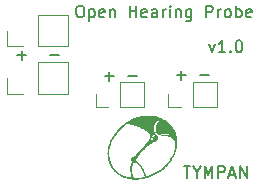
<source format=gbr>
%TF.GenerationSoftware,KiCad,Pcbnew,8.0.1*%
%TF.CreationDate,2024-04-23T13:44:49-04:00*%
%TF.ProjectId,HearingProbeBoard,48656172-696e-4675-9072-6f6265426f61,rev?*%
%TF.SameCoordinates,Original*%
%TF.FileFunction,Legend,Top*%
%TF.FilePolarity,Positive*%
%FSLAX46Y46*%
G04 Gerber Fmt 4.6, Leading zero omitted, Abs format (unit mm)*
G04 Created by KiCad (PCBNEW 8.0.1) date 2024-04-23 13:44:49*
%MOMM*%
%LPD*%
G01*
G04 APERTURE LIST*
%ADD10C,0.150000*%
%ADD11C,0.120000*%
%ADD12C,0.000000*%
G04 APERTURE END LIST*
D10*
X121136779Y-99588866D02*
X121898684Y-99588866D01*
X121517731Y-99969819D02*
X121517731Y-99207914D01*
X123898684Y-99588866D02*
X124660589Y-99588866D01*
X126377255Y-95369819D02*
X126567731Y-95369819D01*
X126567731Y-95369819D02*
X126662969Y-95417438D01*
X126662969Y-95417438D02*
X126758207Y-95512676D01*
X126758207Y-95512676D02*
X126805826Y-95703152D01*
X126805826Y-95703152D02*
X126805826Y-96036485D01*
X126805826Y-96036485D02*
X126758207Y-96226961D01*
X126758207Y-96226961D02*
X126662969Y-96322200D01*
X126662969Y-96322200D02*
X126567731Y-96369819D01*
X126567731Y-96369819D02*
X126377255Y-96369819D01*
X126377255Y-96369819D02*
X126282017Y-96322200D01*
X126282017Y-96322200D02*
X126186779Y-96226961D01*
X126186779Y-96226961D02*
X126139160Y-96036485D01*
X126139160Y-96036485D02*
X126139160Y-95703152D01*
X126139160Y-95703152D02*
X126186779Y-95512676D01*
X126186779Y-95512676D02*
X126282017Y-95417438D01*
X126282017Y-95417438D02*
X126377255Y-95369819D01*
X127234398Y-95703152D02*
X127234398Y-96703152D01*
X127234398Y-95750771D02*
X127329636Y-95703152D01*
X127329636Y-95703152D02*
X127520112Y-95703152D01*
X127520112Y-95703152D02*
X127615350Y-95750771D01*
X127615350Y-95750771D02*
X127662969Y-95798390D01*
X127662969Y-95798390D02*
X127710588Y-95893628D01*
X127710588Y-95893628D02*
X127710588Y-96179342D01*
X127710588Y-96179342D02*
X127662969Y-96274580D01*
X127662969Y-96274580D02*
X127615350Y-96322200D01*
X127615350Y-96322200D02*
X127520112Y-96369819D01*
X127520112Y-96369819D02*
X127329636Y-96369819D01*
X127329636Y-96369819D02*
X127234398Y-96322200D01*
X128520112Y-96322200D02*
X128424874Y-96369819D01*
X128424874Y-96369819D02*
X128234398Y-96369819D01*
X128234398Y-96369819D02*
X128139160Y-96322200D01*
X128139160Y-96322200D02*
X128091541Y-96226961D01*
X128091541Y-96226961D02*
X128091541Y-95846009D01*
X128091541Y-95846009D02*
X128139160Y-95750771D01*
X128139160Y-95750771D02*
X128234398Y-95703152D01*
X128234398Y-95703152D02*
X128424874Y-95703152D01*
X128424874Y-95703152D02*
X128520112Y-95750771D01*
X128520112Y-95750771D02*
X128567731Y-95846009D01*
X128567731Y-95846009D02*
X128567731Y-95941247D01*
X128567731Y-95941247D02*
X128091541Y-96036485D01*
X128996303Y-95703152D02*
X128996303Y-96369819D01*
X128996303Y-95798390D02*
X129043922Y-95750771D01*
X129043922Y-95750771D02*
X129139160Y-95703152D01*
X129139160Y-95703152D02*
X129282017Y-95703152D01*
X129282017Y-95703152D02*
X129377255Y-95750771D01*
X129377255Y-95750771D02*
X129424874Y-95846009D01*
X129424874Y-95846009D02*
X129424874Y-96369819D01*
X130662970Y-96369819D02*
X130662970Y-95369819D01*
X130662970Y-95846009D02*
X131234398Y-95846009D01*
X131234398Y-96369819D02*
X131234398Y-95369819D01*
X132091541Y-96322200D02*
X131996303Y-96369819D01*
X131996303Y-96369819D02*
X131805827Y-96369819D01*
X131805827Y-96369819D02*
X131710589Y-96322200D01*
X131710589Y-96322200D02*
X131662970Y-96226961D01*
X131662970Y-96226961D02*
X131662970Y-95846009D01*
X131662970Y-95846009D02*
X131710589Y-95750771D01*
X131710589Y-95750771D02*
X131805827Y-95703152D01*
X131805827Y-95703152D02*
X131996303Y-95703152D01*
X131996303Y-95703152D02*
X132091541Y-95750771D01*
X132091541Y-95750771D02*
X132139160Y-95846009D01*
X132139160Y-95846009D02*
X132139160Y-95941247D01*
X132139160Y-95941247D02*
X131662970Y-96036485D01*
X132996303Y-96369819D02*
X132996303Y-95846009D01*
X132996303Y-95846009D02*
X132948684Y-95750771D01*
X132948684Y-95750771D02*
X132853446Y-95703152D01*
X132853446Y-95703152D02*
X132662970Y-95703152D01*
X132662970Y-95703152D02*
X132567732Y-95750771D01*
X132996303Y-96322200D02*
X132901065Y-96369819D01*
X132901065Y-96369819D02*
X132662970Y-96369819D01*
X132662970Y-96369819D02*
X132567732Y-96322200D01*
X132567732Y-96322200D02*
X132520113Y-96226961D01*
X132520113Y-96226961D02*
X132520113Y-96131723D01*
X132520113Y-96131723D02*
X132567732Y-96036485D01*
X132567732Y-96036485D02*
X132662970Y-95988866D01*
X132662970Y-95988866D02*
X132901065Y-95988866D01*
X132901065Y-95988866D02*
X132996303Y-95941247D01*
X133472494Y-96369819D02*
X133472494Y-95703152D01*
X133472494Y-95893628D02*
X133520113Y-95798390D01*
X133520113Y-95798390D02*
X133567732Y-95750771D01*
X133567732Y-95750771D02*
X133662970Y-95703152D01*
X133662970Y-95703152D02*
X133758208Y-95703152D01*
X134091542Y-96369819D02*
X134091542Y-95703152D01*
X134091542Y-95369819D02*
X134043923Y-95417438D01*
X134043923Y-95417438D02*
X134091542Y-95465057D01*
X134091542Y-95465057D02*
X134139161Y-95417438D01*
X134139161Y-95417438D02*
X134091542Y-95369819D01*
X134091542Y-95369819D02*
X134091542Y-95465057D01*
X134567732Y-95703152D02*
X134567732Y-96369819D01*
X134567732Y-95798390D02*
X134615351Y-95750771D01*
X134615351Y-95750771D02*
X134710589Y-95703152D01*
X134710589Y-95703152D02*
X134853446Y-95703152D01*
X134853446Y-95703152D02*
X134948684Y-95750771D01*
X134948684Y-95750771D02*
X134996303Y-95846009D01*
X134996303Y-95846009D02*
X134996303Y-96369819D01*
X135901065Y-95703152D02*
X135901065Y-96512676D01*
X135901065Y-96512676D02*
X135853446Y-96607914D01*
X135853446Y-96607914D02*
X135805827Y-96655533D01*
X135805827Y-96655533D02*
X135710589Y-96703152D01*
X135710589Y-96703152D02*
X135567732Y-96703152D01*
X135567732Y-96703152D02*
X135472494Y-96655533D01*
X135901065Y-96322200D02*
X135805827Y-96369819D01*
X135805827Y-96369819D02*
X135615351Y-96369819D01*
X135615351Y-96369819D02*
X135520113Y-96322200D01*
X135520113Y-96322200D02*
X135472494Y-96274580D01*
X135472494Y-96274580D02*
X135424875Y-96179342D01*
X135424875Y-96179342D02*
X135424875Y-95893628D01*
X135424875Y-95893628D02*
X135472494Y-95798390D01*
X135472494Y-95798390D02*
X135520113Y-95750771D01*
X135520113Y-95750771D02*
X135615351Y-95703152D01*
X135615351Y-95703152D02*
X135805827Y-95703152D01*
X135805827Y-95703152D02*
X135901065Y-95750771D01*
X137139161Y-96369819D02*
X137139161Y-95369819D01*
X137139161Y-95369819D02*
X137520113Y-95369819D01*
X137520113Y-95369819D02*
X137615351Y-95417438D01*
X137615351Y-95417438D02*
X137662970Y-95465057D01*
X137662970Y-95465057D02*
X137710589Y-95560295D01*
X137710589Y-95560295D02*
X137710589Y-95703152D01*
X137710589Y-95703152D02*
X137662970Y-95798390D01*
X137662970Y-95798390D02*
X137615351Y-95846009D01*
X137615351Y-95846009D02*
X137520113Y-95893628D01*
X137520113Y-95893628D02*
X137139161Y-95893628D01*
X138139161Y-96369819D02*
X138139161Y-95703152D01*
X138139161Y-95893628D02*
X138186780Y-95798390D01*
X138186780Y-95798390D02*
X138234399Y-95750771D01*
X138234399Y-95750771D02*
X138329637Y-95703152D01*
X138329637Y-95703152D02*
X138424875Y-95703152D01*
X138901066Y-96369819D02*
X138805828Y-96322200D01*
X138805828Y-96322200D02*
X138758209Y-96274580D01*
X138758209Y-96274580D02*
X138710590Y-96179342D01*
X138710590Y-96179342D02*
X138710590Y-95893628D01*
X138710590Y-95893628D02*
X138758209Y-95798390D01*
X138758209Y-95798390D02*
X138805828Y-95750771D01*
X138805828Y-95750771D02*
X138901066Y-95703152D01*
X138901066Y-95703152D02*
X139043923Y-95703152D01*
X139043923Y-95703152D02*
X139139161Y-95750771D01*
X139139161Y-95750771D02*
X139186780Y-95798390D01*
X139186780Y-95798390D02*
X139234399Y-95893628D01*
X139234399Y-95893628D02*
X139234399Y-96179342D01*
X139234399Y-96179342D02*
X139186780Y-96274580D01*
X139186780Y-96274580D02*
X139139161Y-96322200D01*
X139139161Y-96322200D02*
X139043923Y-96369819D01*
X139043923Y-96369819D02*
X138901066Y-96369819D01*
X139662971Y-96369819D02*
X139662971Y-95369819D01*
X139662971Y-95750771D02*
X139758209Y-95703152D01*
X139758209Y-95703152D02*
X139948685Y-95703152D01*
X139948685Y-95703152D02*
X140043923Y-95750771D01*
X140043923Y-95750771D02*
X140091542Y-95798390D01*
X140091542Y-95798390D02*
X140139161Y-95893628D01*
X140139161Y-95893628D02*
X140139161Y-96179342D01*
X140139161Y-96179342D02*
X140091542Y-96274580D01*
X140091542Y-96274580D02*
X140043923Y-96322200D01*
X140043923Y-96322200D02*
X139948685Y-96369819D01*
X139948685Y-96369819D02*
X139758209Y-96369819D01*
X139758209Y-96369819D02*
X139662971Y-96322200D01*
X140948685Y-96322200D02*
X140853447Y-96369819D01*
X140853447Y-96369819D02*
X140662971Y-96369819D01*
X140662971Y-96369819D02*
X140567733Y-96322200D01*
X140567733Y-96322200D02*
X140520114Y-96226961D01*
X140520114Y-96226961D02*
X140520114Y-95846009D01*
X140520114Y-95846009D02*
X140567733Y-95750771D01*
X140567733Y-95750771D02*
X140662971Y-95703152D01*
X140662971Y-95703152D02*
X140853447Y-95703152D01*
X140853447Y-95703152D02*
X140948685Y-95750771D01*
X140948685Y-95750771D02*
X140996304Y-95846009D01*
X140996304Y-95846009D02*
X140996304Y-95941247D01*
X140996304Y-95941247D02*
X140520114Y-96036485D01*
X135243922Y-108969819D02*
X135815350Y-108969819D01*
X135529636Y-109969819D02*
X135529636Y-108969819D01*
X136339160Y-109493628D02*
X136339160Y-109969819D01*
X136005827Y-108969819D02*
X136339160Y-109493628D01*
X136339160Y-109493628D02*
X136672493Y-108969819D01*
X137005827Y-109969819D02*
X137005827Y-108969819D01*
X137005827Y-108969819D02*
X137339160Y-109684104D01*
X137339160Y-109684104D02*
X137672493Y-108969819D01*
X137672493Y-108969819D02*
X137672493Y-109969819D01*
X138148684Y-109969819D02*
X138148684Y-108969819D01*
X138148684Y-108969819D02*
X138529636Y-108969819D01*
X138529636Y-108969819D02*
X138624874Y-109017438D01*
X138624874Y-109017438D02*
X138672493Y-109065057D01*
X138672493Y-109065057D02*
X138720112Y-109160295D01*
X138720112Y-109160295D02*
X138720112Y-109303152D01*
X138720112Y-109303152D02*
X138672493Y-109398390D01*
X138672493Y-109398390D02*
X138624874Y-109446009D01*
X138624874Y-109446009D02*
X138529636Y-109493628D01*
X138529636Y-109493628D02*
X138148684Y-109493628D01*
X139101065Y-109684104D02*
X139577255Y-109684104D01*
X139005827Y-109969819D02*
X139339160Y-108969819D01*
X139339160Y-108969819D02*
X139672493Y-109969819D01*
X140005827Y-109969819D02*
X140005827Y-108969819D01*
X140005827Y-108969819D02*
X140577255Y-109969819D01*
X140577255Y-109969819D02*
X140577255Y-108969819D01*
X128536779Y-101338866D02*
X129298684Y-101338866D01*
X128917731Y-101719819D02*
X128917731Y-100957914D01*
X130536779Y-101338866D02*
X131298684Y-101338866D01*
X134636779Y-101288866D02*
X135398684Y-101288866D01*
X135017731Y-101669819D02*
X135017731Y-100907914D01*
X136636779Y-101288866D02*
X137398684Y-101288866D01*
X137391541Y-98653152D02*
X137629636Y-99319819D01*
X137629636Y-99319819D02*
X137867731Y-98653152D01*
X138772493Y-99319819D02*
X138201065Y-99319819D01*
X138486779Y-99319819D02*
X138486779Y-98319819D01*
X138486779Y-98319819D02*
X138391541Y-98462676D01*
X138391541Y-98462676D02*
X138296303Y-98557914D01*
X138296303Y-98557914D02*
X138201065Y-98605533D01*
X139201065Y-99224580D02*
X139248684Y-99272200D01*
X139248684Y-99272200D02*
X139201065Y-99319819D01*
X139201065Y-99319819D02*
X139153446Y-99272200D01*
X139153446Y-99272200D02*
X139201065Y-99224580D01*
X139201065Y-99224580D02*
X139201065Y-99319819D01*
X139867731Y-98319819D02*
X139962969Y-98319819D01*
X139962969Y-98319819D02*
X140058207Y-98367438D01*
X140058207Y-98367438D02*
X140105826Y-98415057D01*
X140105826Y-98415057D02*
X140153445Y-98510295D01*
X140153445Y-98510295D02*
X140201064Y-98700771D01*
X140201064Y-98700771D02*
X140201064Y-98938866D01*
X140201064Y-98938866D02*
X140153445Y-99129342D01*
X140153445Y-99129342D02*
X140105826Y-99224580D01*
X140105826Y-99224580D02*
X140058207Y-99272200D01*
X140058207Y-99272200D02*
X139962969Y-99319819D01*
X139962969Y-99319819D02*
X139867731Y-99319819D01*
X139867731Y-99319819D02*
X139772493Y-99272200D01*
X139772493Y-99272200D02*
X139724874Y-99224580D01*
X139724874Y-99224580D02*
X139677255Y-99129342D01*
X139677255Y-99129342D02*
X139629636Y-98938866D01*
X139629636Y-98938866D02*
X139629636Y-98700771D01*
X139629636Y-98700771D02*
X139677255Y-98510295D01*
X139677255Y-98510295D02*
X139724874Y-98415057D01*
X139724874Y-98415057D02*
X139772493Y-98367438D01*
X139772493Y-98367438D02*
X139867731Y-98319819D01*
D11*
%TO.C,J3*%
X120270000Y-102830000D02*
X120270000Y-101500000D01*
X121600000Y-102830000D02*
X120270000Y-102830000D01*
X122870000Y-100170000D02*
X125470000Y-100170000D01*
X122870000Y-102830000D02*
X122870000Y-100170000D01*
X122870000Y-102830000D02*
X125470000Y-102830000D01*
X125470000Y-102830000D02*
X125470000Y-100170000D01*
%TO.C,J6*%
X133940000Y-103960000D02*
X133940000Y-102900000D01*
X135000000Y-103960000D02*
X133940000Y-103960000D01*
X136000000Y-101840000D02*
X138060000Y-101840000D01*
X136000000Y-103960000D02*
X136000000Y-101840000D01*
X136000000Y-103960000D02*
X138060000Y-103960000D01*
X138060000Y-103960000D02*
X138060000Y-101840000D01*
%TO.C,J5*%
X127790000Y-103960000D02*
X127790000Y-102900000D01*
X128850000Y-103960000D02*
X127790000Y-103960000D01*
X129850000Y-101840000D02*
X131910000Y-101840000D01*
X129850000Y-103960000D02*
X129850000Y-101840000D01*
X129850000Y-103960000D02*
X131910000Y-103960000D01*
X131910000Y-103960000D02*
X131910000Y-101840000D01*
D12*
%TO.C,G\u002A\u002A\u002A*%
G36*
X132375452Y-104685338D02*
G01*
X132450276Y-104687058D01*
X132517831Y-104690149D01*
X132580715Y-104694838D01*
X132641531Y-104701353D01*
X132702876Y-104709922D01*
X132767351Y-104720772D01*
X132823899Y-104731436D01*
X132941339Y-104756561D01*
X133050998Y-104784733D01*
X133156459Y-104817118D01*
X133261300Y-104854885D01*
X133369103Y-104899200D01*
X133450418Y-104935750D01*
X133527306Y-104974683D01*
X133610789Y-105023161D01*
X133700042Y-105080670D01*
X133794237Y-105146697D01*
X133819259Y-105165065D01*
X133943161Y-105263730D01*
X134059343Y-105370204D01*
X134167180Y-105483645D01*
X134266047Y-105603209D01*
X134355321Y-105728055D01*
X134434376Y-105857339D01*
X134502588Y-105990219D01*
X134559331Y-106125852D01*
X134583997Y-106196875D01*
X134607954Y-106279800D01*
X134629683Y-106372274D01*
X134648807Y-106471481D01*
X134664951Y-106574607D01*
X134677740Y-106678838D01*
X134686797Y-106781359D01*
X134691746Y-106879357D01*
X134692212Y-106970017D01*
X134691224Y-107000000D01*
X134683538Y-107117060D01*
X134671032Y-107235889D01*
X134654209Y-107352987D01*
X134633570Y-107464858D01*
X134609927Y-107566814D01*
X134571461Y-107699835D01*
X134525834Y-107831424D01*
X134474057Y-107959172D01*
X134417141Y-108080670D01*
X134356098Y-108193510D01*
X134325717Y-108243750D01*
X134308787Y-108271088D01*
X134288981Y-108303647D01*
X134269692Y-108335831D01*
X134263159Y-108346875D01*
X134218111Y-108420115D01*
X134165967Y-108499246D01*
X134108677Y-108581532D01*
X134048192Y-108664235D01*
X133986464Y-108744619D01*
X133929044Y-108815625D01*
X133879504Y-108872702D01*
X133821675Y-108935092D01*
X133757506Y-109000935D01*
X133688946Y-109068368D01*
X133617945Y-109135530D01*
X133546451Y-109200560D01*
X133476414Y-109261594D01*
X133409782Y-109316773D01*
X133378526Y-109341450D01*
X133226693Y-109452273D01*
X133065488Y-109557023D01*
X132897022Y-109654573D01*
X132723405Y-109743794D01*
X132546749Y-109823557D01*
X132369165Y-109892735D01*
X132306387Y-109914504D01*
X132271338Y-109926168D01*
X132239593Y-109936470D01*
X132209582Y-109945824D01*
X132179736Y-109954644D01*
X132148484Y-109963344D01*
X132114257Y-109972337D01*
X132075485Y-109982038D01*
X132030598Y-109992861D01*
X131978025Y-110005219D01*
X131916198Y-110019526D01*
X131853097Y-110034010D01*
X131747767Y-110056665D01*
X131648649Y-110074703D01*
X131552303Y-110088523D01*
X131455289Y-110098523D01*
X131354165Y-110105100D01*
X131245490Y-110108655D01*
X131202990Y-110109280D01*
X131154697Y-110109695D01*
X131109534Y-110109907D01*
X131069275Y-110109922D01*
X131035694Y-110109745D01*
X131010567Y-110109382D01*
X130995668Y-110108838D01*
X130993564Y-110108653D01*
X130979684Y-110107125D01*
X130956181Y-110104664D01*
X130925874Y-110101562D01*
X130891584Y-110098107D01*
X130875907Y-110096545D01*
X130706784Y-110073507D01*
X130539250Y-110038272D01*
X130373948Y-109991110D01*
X130211518Y-109932288D01*
X130052601Y-109862073D01*
X129897841Y-109780735D01*
X129747877Y-109688541D01*
X129603351Y-109585759D01*
X129546336Y-109541039D01*
X129492154Y-109495325D01*
X129434059Y-109442767D01*
X129375230Y-109386448D01*
X129318847Y-109329453D01*
X129268090Y-109274866D01*
X129246293Y-109250000D01*
X129211822Y-109206290D01*
X129174463Y-109152782D01*
X129135374Y-109091503D01*
X129095712Y-109024482D01*
X129056634Y-108953747D01*
X129019298Y-108881329D01*
X128984860Y-108809255D01*
X128954477Y-108739553D01*
X128952789Y-108735443D01*
X128902072Y-108597103D01*
X128859926Y-108451793D01*
X128826855Y-108302097D01*
X128803366Y-108150596D01*
X128789963Y-107999874D01*
X128786833Y-107887500D01*
X128787606Y-107843323D01*
X128923897Y-107843323D01*
X128926466Y-107992376D01*
X128940104Y-108142573D01*
X128964611Y-108292799D01*
X128999789Y-108441933D01*
X129045438Y-108588860D01*
X129101360Y-108732459D01*
X129167355Y-108871615D01*
X129197254Y-108927080D01*
X129233266Y-108989830D01*
X129267074Y-109044632D01*
X129300570Y-109093925D01*
X129335643Y-109140145D01*
X129374185Y-109185729D01*
X129418087Y-109233115D01*
X129469240Y-109284740D01*
X129491987Y-109306960D01*
X129615805Y-109419163D01*
X129745302Y-109520941D01*
X129881251Y-109612772D01*
X130024421Y-109695134D01*
X130175586Y-109768504D01*
X130335517Y-109833359D01*
X130352781Y-109839670D01*
X130400403Y-109855913D01*
X130451553Y-109871614D01*
X130504560Y-109886414D01*
X130557752Y-109899953D01*
X130609455Y-109911871D01*
X130657999Y-109921808D01*
X130701710Y-109929405D01*
X130738917Y-109934302D01*
X130767946Y-109936139D01*
X130787126Y-109934556D01*
X130789877Y-109933706D01*
X130796922Y-109925201D01*
X130799413Y-109906546D01*
X130797339Y-109877303D01*
X130790690Y-109837036D01*
X130786960Y-109818750D01*
X130763243Y-109688007D01*
X130745278Y-109546199D01*
X130733064Y-109393313D01*
X130730778Y-109338550D01*
X130853100Y-109338550D01*
X130854263Y-109387443D01*
X130856629Y-109430020D01*
X130860224Y-109463493D01*
X130861075Y-109468750D01*
X130866577Y-109494100D01*
X130875424Y-109527360D01*
X130887026Y-109566846D01*
X130900794Y-109610876D01*
X130916138Y-109657767D01*
X130932467Y-109705834D01*
X130949193Y-109753395D01*
X130965724Y-109798766D01*
X130981470Y-109840264D01*
X130995843Y-109876207D01*
X131008251Y-109904909D01*
X131018105Y-109924690D01*
X131023793Y-109933000D01*
X131038465Y-109942945D01*
X131056869Y-109949991D01*
X131056888Y-109949995D01*
X131071635Y-109951879D01*
X131096868Y-109953362D01*
X131130580Y-109954443D01*
X131170761Y-109955126D01*
X131215401Y-109955410D01*
X131262492Y-109955298D01*
X131310024Y-109954789D01*
X131355988Y-109953887D01*
X131398375Y-109952591D01*
X131435176Y-109950903D01*
X131453052Y-109949753D01*
X131507306Y-109945185D01*
X131563458Y-109939417D01*
X131620053Y-109932691D01*
X131675633Y-109925247D01*
X131728739Y-109917323D01*
X131777916Y-109909161D01*
X131821706Y-109900999D01*
X131858652Y-109893078D01*
X131887296Y-109885637D01*
X131906181Y-109878917D01*
X131913459Y-109873971D01*
X131921113Y-109856653D01*
X131923167Y-109834997D01*
X131919698Y-109806236D01*
X131915866Y-109788106D01*
X131896557Y-109716003D01*
X131870572Y-109636126D01*
X131838857Y-109550608D01*
X131802360Y-109461586D01*
X131762025Y-109371192D01*
X131718800Y-109281562D01*
X131673630Y-109194830D01*
X131627463Y-109113130D01*
X131588633Y-109050000D01*
X131543753Y-108983445D01*
X131498545Y-108923698D01*
X131450965Y-108868616D01*
X131398969Y-108816058D01*
X131340510Y-108763880D01*
X131273543Y-108709940D01*
X131238970Y-108683686D01*
X131118662Y-108593750D01*
X131079556Y-108593845D01*
X131057875Y-108594590D01*
X131040942Y-108596431D01*
X131033425Y-108598533D01*
X131026641Y-108606950D01*
X131016247Y-108624661D01*
X131003364Y-108649386D01*
X130989109Y-108678848D01*
X130974602Y-108710768D01*
X130960961Y-108742868D01*
X130954206Y-108759845D01*
X130916240Y-108868303D01*
X130887428Y-108974531D01*
X130866517Y-109083231D01*
X130864448Y-109096875D01*
X130859974Y-109135548D01*
X130856577Y-109181840D01*
X130854282Y-109232962D01*
X130853115Y-109286127D01*
X130853100Y-109338550D01*
X130730778Y-109338550D01*
X130727082Y-109250000D01*
X130725812Y-109166100D01*
X130726761Y-109092260D01*
X130730200Y-109026192D01*
X130736400Y-108965607D01*
X130745633Y-108908218D01*
X130758169Y-108851736D01*
X130774279Y-108793875D01*
X130785172Y-108759375D01*
X130797753Y-108725441D01*
X130814526Y-108686408D01*
X130833454Y-108646574D01*
X130852497Y-108610242D01*
X130868845Y-108582875D01*
X130882184Y-108562626D01*
X130867191Y-108556928D01*
X130841626Y-108541544D01*
X130817440Y-108517027D01*
X130796820Y-108486717D01*
X130781949Y-108453953D01*
X130781295Y-108450946D01*
X131196891Y-108450946D01*
X131200447Y-108465913D01*
X131213316Y-108483788D01*
X131222930Y-108494436D01*
X131242152Y-108513629D01*
X131266830Y-108536349D01*
X131292497Y-108558526D01*
X131299889Y-108564598D01*
X131322733Y-108583681D01*
X131351618Y-108608706D01*
X131384670Y-108637962D01*
X131420013Y-108669738D01*
X131455771Y-108702322D01*
X131490070Y-108734003D01*
X131521034Y-108763068D01*
X131546789Y-108787806D01*
X131565458Y-108806506D01*
X131568896Y-108810141D01*
X131627707Y-108878335D01*
X131683760Y-108953599D01*
X131737686Y-109036989D01*
X131790119Y-109129561D01*
X131841692Y-109232370D01*
X131893037Y-109346474D01*
X131899858Y-109362500D01*
X131914409Y-109396875D01*
X131928517Y-109430168D01*
X131940887Y-109459320D01*
X131950222Y-109481273D01*
X131952877Y-109487500D01*
X131960463Y-109505735D01*
X131971339Y-109532506D01*
X131984253Y-109564702D01*
X131997953Y-109599212D01*
X132003189Y-109612500D01*
X132020802Y-109656524D01*
X132035482Y-109690853D01*
X132048452Y-109717582D01*
X132060935Y-109738803D01*
X132074156Y-109756612D01*
X132089336Y-109773101D01*
X132106422Y-109789213D01*
X132144203Y-109823394D01*
X132217481Y-109800034D01*
X132254634Y-109787795D01*
X132297410Y-109773093D01*
X132339789Y-109758023D01*
X132367328Y-109747876D01*
X132558847Y-109669461D01*
X132744905Y-109580468D01*
X132924959Y-109481323D01*
X133098464Y-109372451D01*
X133264879Y-109254276D01*
X133423660Y-109127224D01*
X133574264Y-108991720D01*
X133716147Y-108848188D01*
X133848766Y-108697054D01*
X133971578Y-108538741D01*
X134042338Y-108437500D01*
X134118120Y-108321762D01*
X134185348Y-108213107D01*
X134244717Y-108110203D01*
X134296919Y-108011723D01*
X134342651Y-107916335D01*
X134382606Y-107822710D01*
X134417478Y-107729519D01*
X134427686Y-107699545D01*
X134460851Y-107595915D01*
X134488093Y-107501779D01*
X134509647Y-107415749D01*
X134525744Y-107336440D01*
X134536620Y-107262464D01*
X134542506Y-107192435D01*
X134543636Y-107124967D01*
X134540244Y-107058672D01*
X134538566Y-107040625D01*
X134527269Y-106966911D01*
X134508522Y-106899985D01*
X134481341Y-106837933D01*
X134444741Y-106778841D01*
X134397737Y-106720795D01*
X134347709Y-106669747D01*
X134305123Y-106632465D01*
X134259437Y-106599144D01*
X134207660Y-106567814D01*
X134146801Y-106536506D01*
X134141213Y-106533831D01*
X134069702Y-106502919D01*
X133992486Y-106475164D01*
X133912965Y-106451515D01*
X133834543Y-106432924D01*
X133760622Y-106420338D01*
X133719234Y-106416020D01*
X133692120Y-106415004D01*
X133656999Y-106415128D01*
X133618306Y-106416309D01*
X133580478Y-106418466D01*
X133578575Y-106418606D01*
X133519389Y-106422707D01*
X133463612Y-106425944D01*
X133412533Y-106428290D01*
X133367437Y-106429713D01*
X133329612Y-106430187D01*
X133300346Y-106429681D01*
X133280924Y-106428166D01*
X133272635Y-106425613D01*
X133272572Y-106425521D01*
X133272062Y-106414107D01*
X133282531Y-106401121D01*
X133302648Y-106387179D01*
X133331083Y-106372898D01*
X133366504Y-106358893D01*
X133407581Y-106345780D01*
X133452983Y-106334175D01*
X133483663Y-106327829D01*
X133505338Y-106323904D01*
X133523682Y-106321204D01*
X133541184Y-106319720D01*
X133560338Y-106319441D01*
X133583636Y-106320358D01*
X133613569Y-106322461D01*
X133652629Y-106325740D01*
X133668083Y-106327090D01*
X133714512Y-106330889D01*
X133764669Y-106334533D01*
X133814194Y-106337734D01*
X133858728Y-106340206D01*
X133884900Y-106341360D01*
X133940268Y-106342668D01*
X133983768Y-106341904D01*
X134015891Y-106338873D01*
X134037129Y-106333382D01*
X134047975Y-106325236D01*
X134048922Y-106314241D01*
X134040461Y-106300202D01*
X134026145Y-106285647D01*
X134000610Y-106265364D01*
X133972012Y-106248526D01*
X133938759Y-106234667D01*
X133899260Y-106223325D01*
X133851923Y-106214034D01*
X133795157Y-106206331D01*
X133733300Y-106200253D01*
X133632387Y-106197760D01*
X133533271Y-106207557D01*
X133436564Y-106229492D01*
X133342876Y-106263412D01*
X133252820Y-106309163D01*
X133221816Y-106328236D01*
X133188858Y-106347562D01*
X133162617Y-106358320D01*
X133141281Y-106361082D01*
X133127169Y-106358163D01*
X133116560Y-106350495D01*
X133100518Y-106334194D01*
X133080481Y-106311074D01*
X133057887Y-106282947D01*
X133034172Y-106251624D01*
X133010775Y-106218917D01*
X132989133Y-106186639D01*
X132981414Y-106174454D01*
X132954684Y-106128539D01*
X132932858Y-106083883D01*
X132915281Y-106038190D01*
X132901298Y-105989169D01*
X132890250Y-105934525D01*
X132881484Y-105871965D01*
X132874459Y-105800593D01*
X132871700Y-105765880D01*
X132870318Y-105739501D01*
X132870554Y-105717479D01*
X132872648Y-105695837D01*
X132876842Y-105670596D01*
X132883376Y-105637779D01*
X132884719Y-105631250D01*
X132899139Y-105566494D01*
X132914224Y-105511645D01*
X132931303Y-105464128D01*
X132951705Y-105421367D01*
X132976759Y-105380788D01*
X133007793Y-105339815D01*
X133046138Y-105295872D01*
X133072100Y-105268168D01*
X133107064Y-105230893D01*
X133133718Y-105200827D01*
X133152967Y-105176728D01*
X133165716Y-105157353D01*
X133172868Y-105141462D01*
X133175328Y-105127814D01*
X133175351Y-105126383D01*
X133169754Y-105111273D01*
X133153958Y-105101009D01*
X133129452Y-105096004D01*
X133097729Y-105096669D01*
X133078214Y-105099515D01*
X133055530Y-105105085D01*
X133034507Y-105113793D01*
X133013018Y-105127066D01*
X132988936Y-105146332D01*
X132960134Y-105173016D01*
X132941936Y-105190947D01*
X132876698Y-105263721D01*
X132822403Y-105340515D01*
X132779423Y-105420630D01*
X132748131Y-105503368D01*
X132728900Y-105588033D01*
X132728499Y-105590696D01*
X132722898Y-105633136D01*
X132719995Y-105669756D01*
X132719787Y-105704921D01*
X132722269Y-105742998D01*
X132727438Y-105788353D01*
X132728304Y-105794992D01*
X132743522Y-105881235D01*
X132766507Y-105965813D01*
X132797927Y-106050357D01*
X132838449Y-106136499D01*
X132888737Y-106225868D01*
X132932826Y-106295332D01*
X132970035Y-106352822D01*
X132999954Y-106402401D01*
X133023283Y-106445773D01*
X133040720Y-106484643D01*
X133052966Y-106520714D01*
X133060719Y-106555691D01*
X133064680Y-106591278D01*
X133065579Y-106618750D01*
X133065511Y-106648854D01*
X133064432Y-106670180D01*
X133061629Y-106686448D01*
X133056393Y-106701375D01*
X133048012Y-106718680D01*
X133045585Y-106723351D01*
X133016220Y-106768343D01*
X132977283Y-106808678D01*
X132928043Y-106844928D01*
X132867767Y-106877665D01*
X132823350Y-106896921D01*
X132692528Y-106954099D01*
X132563832Y-107020458D01*
X132436463Y-107096536D01*
X132309619Y-107182866D01*
X132182501Y-107279986D01*
X132054310Y-107388430D01*
X131958572Y-107476015D01*
X131853746Y-107578970D01*
X131749125Y-107689509D01*
X131648572Y-107803414D01*
X131561540Y-107909375D01*
X131544912Y-107931184D01*
X131523322Y-107960662D01*
X131497776Y-107996340D01*
X131469278Y-108036749D01*
X131438832Y-108080419D01*
X131407443Y-108125881D01*
X131376115Y-108171665D01*
X131345854Y-108216303D01*
X131317664Y-108258326D01*
X131292550Y-108296263D01*
X131271516Y-108328646D01*
X131255567Y-108354005D01*
X131245707Y-108370871D01*
X131244803Y-108372602D01*
X131232934Y-108393242D01*
X131219748Y-108412462D01*
X131216648Y-108416352D01*
X131202381Y-108435542D01*
X131196891Y-108450946D01*
X130781295Y-108450946D01*
X130775014Y-108422078D01*
X130774770Y-108415625D01*
X130780133Y-108384437D01*
X130795487Y-108348951D01*
X130819734Y-108310636D01*
X130851772Y-108270963D01*
X130890501Y-108231401D01*
X130934821Y-108193420D01*
X130949512Y-108182205D01*
X131014197Y-108132342D01*
X131085398Y-108074100D01*
X131161721Y-108008779D01*
X131241771Y-107937681D01*
X131324152Y-107862105D01*
X131407471Y-107783352D01*
X131490332Y-107702724D01*
X131571341Y-107621520D01*
X131649104Y-107541041D01*
X131722224Y-107462589D01*
X131728119Y-107456123D01*
X131825290Y-107347436D01*
X131916179Y-107241893D01*
X132000468Y-107139952D01*
X132077839Y-107042071D01*
X132147971Y-106948709D01*
X132210548Y-106860324D01*
X132265249Y-106777373D01*
X132311756Y-106700315D01*
X132349750Y-106629609D01*
X132366877Y-106592083D01*
X132490538Y-106592083D01*
X132491327Y-106625316D01*
X132499162Y-106660417D01*
X132514566Y-106700370D01*
X132525103Y-106722761D01*
X132546398Y-106760521D01*
X132567906Y-106788251D01*
X132588944Y-106805475D01*
X132608831Y-106811722D01*
X132626885Y-106806516D01*
X132635187Y-106799278D01*
X132641021Y-106791069D01*
X132644283Y-106780498D01*
X132645401Y-106764460D01*
X132644802Y-106739849D01*
X132644439Y-106732091D01*
X132642512Y-106683540D01*
X132641673Y-106639772D01*
X132641909Y-106602654D01*
X132643204Y-106574052D01*
X132645543Y-106555833D01*
X132645867Y-106554529D01*
X132655929Y-106534249D01*
X132675069Y-106510657D01*
X132701167Y-106485996D01*
X132732100Y-106462508D01*
X132734392Y-106460966D01*
X132762781Y-106440623D01*
X132781188Y-106423717D01*
X132791064Y-106408633D01*
X132793868Y-106394831D01*
X132788795Y-106378934D01*
X132775932Y-106362567D01*
X132759223Y-106349570D01*
X132742614Y-106343786D01*
X132741406Y-106343750D01*
X132728068Y-106346857D01*
X132706904Y-106355238D01*
X132680654Y-106367480D01*
X132652057Y-106382169D01*
X132623850Y-106397894D01*
X132598774Y-106413241D01*
X132579566Y-106426797D01*
X132578055Y-106428014D01*
X132543200Y-106463893D01*
X132515373Y-106507334D01*
X132497177Y-106554206D01*
X132496276Y-106557733D01*
X132490538Y-106592083D01*
X132366877Y-106592083D01*
X132378913Y-106565711D01*
X132398925Y-106509081D01*
X132405641Y-106482504D01*
X132411963Y-106422909D01*
X132405924Y-106362508D01*
X132387630Y-106301491D01*
X132357183Y-106240045D01*
X132314686Y-106178362D01*
X132260245Y-106116628D01*
X132193961Y-106055034D01*
X132153224Y-106021854D01*
X132071011Y-105962757D01*
X131976879Y-105904490D01*
X131870714Y-105846993D01*
X131752400Y-105790208D01*
X131621824Y-105734079D01*
X131478872Y-105678545D01*
X131478151Y-105678279D01*
X131419476Y-105657121D01*
X131353390Y-105634254D01*
X131283187Y-105610751D01*
X131212159Y-105587683D01*
X131143599Y-105566125D01*
X131080802Y-105547148D01*
X131037325Y-105534658D01*
X131021134Y-105530152D01*
X130995930Y-105523141D01*
X130964743Y-105514467D01*
X130930605Y-105504976D01*
X130918545Y-105501623D01*
X130881917Y-105491663D01*
X130838459Y-105480207D01*
X130790328Y-105467791D01*
X130739681Y-105454949D01*
X130688677Y-105442217D01*
X130639473Y-105430131D01*
X130594226Y-105419225D01*
X130555094Y-105410035D01*
X130524236Y-105403097D01*
X130507508Y-105399633D01*
X130483173Y-105395356D01*
X130462388Y-105393254D01*
X130443496Y-105394044D01*
X130424841Y-105398445D01*
X130404766Y-105407176D01*
X130381616Y-105420955D01*
X130353732Y-105440499D01*
X130319460Y-105466529D01*
X130277763Y-105499271D01*
X130150164Y-105604464D01*
X130023352Y-105717381D01*
X129899516Y-105835845D01*
X129780842Y-105957677D01*
X129669518Y-106080700D01*
X129567732Y-106202735D01*
X129555051Y-106218750D01*
X129469214Y-106332945D01*
X129387388Y-106451890D01*
X129310885Y-106573392D01*
X129241015Y-106695261D01*
X129179090Y-106815305D01*
X129126420Y-106931332D01*
X129121251Y-106943750D01*
X129092564Y-107016084D01*
X129066891Y-107087127D01*
X129043649Y-107158984D01*
X129022257Y-107233760D01*
X129002132Y-107313559D01*
X128982693Y-107400488D01*
X128963357Y-107496649D01*
X128952760Y-107553125D01*
X128932595Y-107696533D01*
X128923897Y-107843323D01*
X128787606Y-107843323D01*
X128787789Y-107832860D01*
X128790480Y-107773619D01*
X128794643Y-107712854D01*
X128800014Y-107653636D01*
X128806329Y-107599042D01*
X128813326Y-107552145D01*
X128817453Y-107530346D01*
X128823427Y-107500952D01*
X128828855Y-107472655D01*
X128832858Y-107450094D01*
X128833859Y-107443750D01*
X128842479Y-107394318D01*
X128854898Y-107335968D01*
X128870435Y-107271450D01*
X128888409Y-107203517D01*
X128908141Y-107134919D01*
X128918839Y-107100000D01*
X128962995Y-106973248D01*
X129017069Y-106842379D01*
X129080049Y-106709341D01*
X129150922Y-106576083D01*
X129228674Y-106444553D01*
X129312293Y-106316700D01*
X129363992Y-106243750D01*
X129468785Y-106107446D01*
X129583952Y-105970772D01*
X129707572Y-105835630D01*
X129837724Y-105703926D01*
X129972488Y-105577565D01*
X130109943Y-105458451D01*
X130248167Y-105348488D01*
X130321405Y-105294337D01*
X130358360Y-105268448D01*
X130395738Y-105243806D01*
X130435211Y-105219460D01*
X130478454Y-105194459D01*
X130527141Y-105167852D01*
X130582946Y-105138688D01*
X130647543Y-105106017D01*
X130690364Y-105084756D01*
X130882738Y-104994976D01*
X131072766Y-104916919D01*
X131261474Y-104850272D01*
X131449890Y-104794723D01*
X131639039Y-104749959D01*
X131829948Y-104715666D01*
X131956301Y-104698746D01*
X131993147Y-104694658D01*
X132026976Y-104691423D01*
X132060004Y-104688950D01*
X132094449Y-104687145D01*
X132132526Y-104685917D01*
X132176454Y-104685172D01*
X132228448Y-104684817D01*
X132290725Y-104684760D01*
X132290758Y-104684760D01*
X132375452Y-104685338D01*
G37*
D11*
%TO.C,J4*%
X120270000Y-98830000D02*
X120270000Y-97500000D01*
X121600000Y-98830000D02*
X120270000Y-98830000D01*
X122870000Y-96170000D02*
X125470000Y-96170000D01*
X122870000Y-98830000D02*
X122870000Y-96170000D01*
X122870000Y-98830000D02*
X125470000Y-98830000D01*
X125470000Y-98830000D02*
X125470000Y-96170000D01*
%TD*%
M02*

</source>
